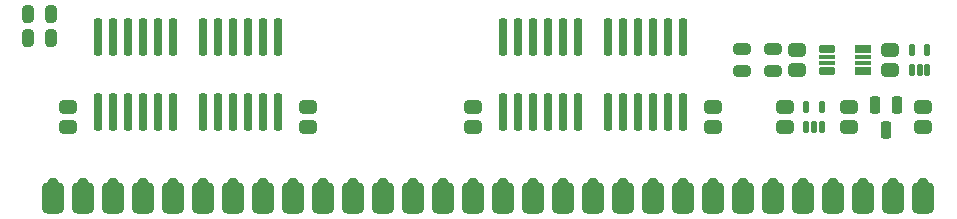
<source format=gts>
G04 #@! TF.GenerationSoftware,KiCad,Pcbnew,(6.0.10-0)*
G04 #@! TF.CreationDate,2023-02-01T03:03:15-05:00*
G04 #@! TF.ProjectId,GW4194-SOJ-DC,47573431-3934-42d5-934f-4a2d44432e6b,1.1-SOJ-DC*
G04 #@! TF.SameCoordinates,Original*
G04 #@! TF.FileFunction,Soldermask,Top*
G04 #@! TF.FilePolarity,Negative*
%FSLAX46Y46*%
G04 Gerber Fmt 4.6, Leading zero omitted, Abs format (unit mm)*
G04 Created by KiCad (PCBNEW (6.0.10-0)) date 2023-02-01 03:03:15*
%MOMM*%
%LPD*%
G01*
G04 APERTURE LIST*
G04 Aperture macros list*
%AMRoundRect*
0 Rectangle with rounded corners*
0 $1 Rounding radius*
0 $2 $3 $4 $5 $6 $7 $8 $9 X,Y pos of 4 corners*
0 Add a 4 corners polygon primitive as box body*
4,1,4,$2,$3,$4,$5,$6,$7,$8,$9,$2,$3,0*
0 Add four circle primitives for the rounded corners*
1,1,$1+$1,$2,$3*
1,1,$1+$1,$4,$5*
1,1,$1+$1,$6,$7*
1,1,$1+$1,$8,$9*
0 Add four rect primitives between the rounded corners*
20,1,$1+$1,$2,$3,$4,$5,0*
20,1,$1+$1,$4,$5,$6,$7,0*
20,1,$1+$1,$6,$7,$8,$9,0*
20,1,$1+$1,$8,$9,$2,$3,0*%
G04 Aperture macros list end*
%ADD10RoundRect,0.312500X-0.437500X0.262500X-0.437500X-0.262500X0.437500X-0.262500X0.437500X0.262500X0*%
%ADD11RoundRect,0.312500X0.437500X-0.262500X0.437500X0.262500X-0.437500X0.262500X-0.437500X-0.262500X0*%
%ADD12C,0.952400*%
%ADD13RoundRect,0.520700X-0.444500X-0.825500X0.444500X-0.825500X0.444500X0.825500X-0.444500X0.825500X0*%
%ADD14RoundRect,0.262500X0.212500X0.487500X-0.212500X0.487500X-0.212500X-0.487500X0.212500X-0.487500X0*%
%ADD15RoundRect,0.262500X-0.212500X-0.487500X0.212500X-0.487500X0.212500X0.487500X-0.212500X0.487500X0*%
%ADD16RoundRect,0.262500X-0.487500X0.212500X-0.487500X-0.212500X0.487500X-0.212500X0.487500X0.212500X0*%
%ADD17RoundRect,0.140000X0.100000X-0.400000X0.100000X0.400000X-0.100000X0.400000X-0.100000X-0.400000X0*%
%ADD18RoundRect,0.250000X-0.200000X0.475000X-0.200000X-0.475000X0.200000X-0.475000X0.200000X0.475000X0*%
%ADD19RoundRect,0.262500X0.487500X-0.212500X0.487500X0.212500X-0.487500X0.212500X-0.487500X-0.212500X0*%
%ADD20RoundRect,0.200000X0.150000X-1.374000X0.150000X1.374000X-0.150000X1.374000X-0.150000X-1.374000X0*%
%ADD21RoundRect,0.200000X-0.475000X-0.175000X0.475000X-0.175000X0.475000X0.175000X-0.475000X0.175000X0*%
%ADD22RoundRect,0.100000X-0.600000X-0.075000X0.600000X-0.075000X0.600000X0.075000X-0.600000X0.075000X0*%
%ADD23RoundRect,0.200000X-0.500000X0.175000X-0.500000X-0.175000X0.500000X-0.175000X0.500000X0.175000X0*%
%ADD24RoundRect,0.200000X-0.500000X-0.175000X0.500000X-0.175000X0.500000X0.175000X-0.500000X0.175000X0*%
G04 APERTURE END LIST*
D10*
X85090000Y-92407000D03*
X85090000Y-94107000D03*
X105410000Y-92407000D03*
X105410000Y-94107000D03*
X119380000Y-92407000D03*
X119380000Y-94107000D03*
D11*
X157480000Y-94107000D03*
X157480000Y-92407000D03*
D12*
X83820000Y-98806000D03*
D13*
X83820000Y-100076000D03*
D12*
X86360000Y-98806000D03*
D13*
X86360000Y-100076000D03*
X88900000Y-100076000D03*
D12*
X88900000Y-98806000D03*
X91440000Y-98806000D03*
D13*
X91440000Y-100076000D03*
D12*
X93980000Y-98806000D03*
D13*
X93980000Y-100076000D03*
D12*
X96520000Y-98806000D03*
D13*
X96520000Y-100076000D03*
D12*
X99060000Y-98806000D03*
D13*
X99060000Y-100076000D03*
D12*
X101600000Y-98806000D03*
D13*
X101600000Y-100076000D03*
D12*
X104140000Y-98806000D03*
D13*
X104140000Y-100076000D03*
D12*
X106680000Y-98806000D03*
D13*
X106680000Y-100076000D03*
D12*
X109220000Y-98806000D03*
D13*
X109220000Y-100076000D03*
X111760000Y-100076000D03*
D12*
X111760000Y-98806000D03*
D13*
X114300000Y-100076000D03*
D12*
X114300000Y-98806000D03*
X116840000Y-98806000D03*
D13*
X116840000Y-100076000D03*
X119380000Y-100076000D03*
D12*
X119380000Y-98806000D03*
D13*
X121920000Y-100076000D03*
D12*
X121920000Y-98806000D03*
X124460000Y-98806000D03*
D13*
X124460000Y-100076000D03*
D12*
X127000000Y-98806000D03*
D13*
X127000000Y-100076000D03*
D12*
X129540000Y-98806000D03*
D13*
X129540000Y-100076000D03*
X132080000Y-100076000D03*
D12*
X132080000Y-98806000D03*
D13*
X134620000Y-100076000D03*
D12*
X134620000Y-98806000D03*
D13*
X137160000Y-100076000D03*
D12*
X137160000Y-98806000D03*
X139700000Y-98806000D03*
D13*
X139700000Y-100076000D03*
X142240000Y-100076000D03*
D12*
X142240000Y-98806000D03*
X144780000Y-98806000D03*
D13*
X144780000Y-100076000D03*
X147320000Y-100076000D03*
D12*
X147320000Y-98806000D03*
D13*
X149860000Y-100076000D03*
D12*
X149860000Y-98806000D03*
D13*
X152400000Y-100076000D03*
D12*
X152400000Y-98806000D03*
X154940000Y-98806000D03*
D13*
X154940000Y-100076000D03*
X157480000Y-100076000D03*
D12*
X157480000Y-98806000D03*
D14*
X83650000Y-86500000D03*
X81750000Y-86500000D03*
D15*
X81750000Y-84500000D03*
X83650000Y-84500000D03*
D10*
X146800000Y-87550000D03*
X146800000Y-89250000D03*
D16*
X144800000Y-87450000D03*
X144800000Y-89350000D03*
D17*
X147600000Y-94100000D03*
X148250000Y-94100000D03*
X148900000Y-94100000D03*
X148900000Y-92400000D03*
X147600000Y-92400000D03*
X156550000Y-89250000D03*
X157200000Y-89250000D03*
X157850000Y-89250000D03*
X157850000Y-87550000D03*
X156550000Y-87550000D03*
D10*
X154700000Y-87550000D03*
X154700000Y-89250000D03*
D18*
X155300000Y-92200000D03*
X153400000Y-92200000D03*
X154350000Y-94300000D03*
D10*
X151250000Y-92400000D03*
X151250000Y-94100000D03*
D19*
X142200000Y-89350000D03*
X142200000Y-87450000D03*
D10*
X145800000Y-92400000D03*
X145800000Y-94100000D03*
D20*
X121920000Y-92837000D03*
X123190000Y-92837000D03*
X124460000Y-92837000D03*
X125730000Y-92837000D03*
X127000000Y-92837000D03*
X128270000Y-92837000D03*
X130810000Y-92837000D03*
X132080000Y-92837000D03*
X133350000Y-92837000D03*
X134620000Y-92837000D03*
X135890000Y-92837000D03*
X137160000Y-92837000D03*
X137160000Y-86487000D03*
X135890000Y-86487000D03*
X134620000Y-86487000D03*
X133350000Y-86487000D03*
X132080000Y-86487000D03*
X130810000Y-86487000D03*
X128270000Y-86487000D03*
X127000000Y-86487000D03*
X125730000Y-86487000D03*
X124460000Y-86487000D03*
X123190000Y-86487000D03*
X121920000Y-86487000D03*
X87630000Y-92837000D03*
X88900000Y-92837000D03*
X90170000Y-92837000D03*
X91440000Y-92837000D03*
X92710000Y-92837000D03*
X93980000Y-92837000D03*
X96520000Y-92837000D03*
X97790000Y-92837000D03*
X99060000Y-92837000D03*
X100330000Y-92837000D03*
X101600000Y-92837000D03*
X102870000Y-92837000D03*
X102870000Y-86487000D03*
X101600000Y-86487000D03*
X100330000Y-86487000D03*
X99060000Y-86487000D03*
X97790000Y-86487000D03*
X96520000Y-86487000D03*
X93980000Y-86487000D03*
X92710000Y-86487000D03*
X91440000Y-86487000D03*
X90170000Y-86487000D03*
X88900000Y-86487000D03*
X87630000Y-86487000D03*
D10*
X139700000Y-92407000D03*
X139700000Y-94107000D03*
D21*
X149350000Y-87450000D03*
D22*
X149325000Y-88150000D03*
X149325000Y-88650000D03*
D21*
X149350000Y-89350000D03*
D23*
X152375000Y-89350000D03*
D22*
X152375000Y-88650000D03*
X152375000Y-88150000D03*
D24*
X152375000Y-87450000D03*
M02*

</source>
